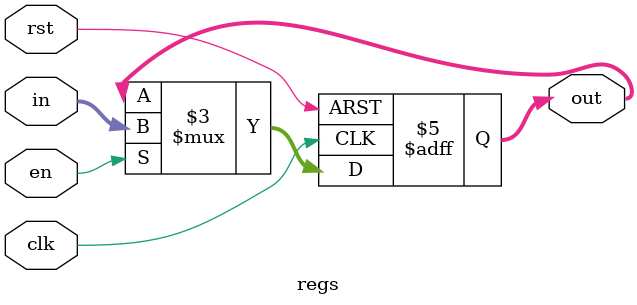
<source format=v>
/*
 * Copyright (c) 2024 Your Name
 * SPDX-License-Identifier: Apache-2.0
 */

`default_nettype none


// Integrated module for Tiny Tapeout and Octa16 processor
module tt_um_octa16 (
    input  wire [7:0] ui_in,    // Dedicated inputs
    output wire [7:0] uo_out,   // Dedicated outputs
    input  wire [7:0] uio_in,   // IOs: Input path
    output wire [7:0] uio_out,  // IOs: Output path
    output wire [7:0] uio_oe,   // IOs: Enable path (active high: 0=input, 1=output)
    input  wire       ena,      // always 1 when the design is powered, so you can ignore it
    input  wire       clk,      // clock
    input  wire       rst_n     // reset_n - low to reset
);

    // Signal declarations
    wire reset = ~rst_n;  // Active-low reset converted to active-high

    // Signals connecting the Octa16 processor
    wire [15:0] Ext_WriteData;  // Data to write to instruction memory
    wire [3:0]  Ext_DataAdr;    // Address for instruction memory write
    wire Ext_MemWrite;          // External memory write enable
    wire [3:0] DataAddr;        // Data memory address
    wire [7:0] dIn;             // Data input for register file

    // Map Tiny Tapeout inputs and outputs to Octa16
    assign Ext_WriteData = {ui_in, uio_in[7:0]}; // Combine ui_in and uio_in for write data
    assign Ext_DataAdr   = ui_in[3:0];           // Lower 4 bits of ui_in as address
    assign Ext_MemWrite  = ui_in[4];            // Bit 4 of ui_in as memory write enable

    // Outputs from Octa16 processor
    assign uo_out = dIn;                        // Processor data output to dedicated outputs
    assign uio_out = 8'b0;                      // Unused outputs set to 0
    assign uio_oe = 8'b0;                       // No bidirectional pins used

    // Octa16 processor instance
    Octa16 processor (
        .clk(clk),
        .reset(reset),
        .Ext_MemWrite(Ext_MemWrite),
        .Ext_WriteData(Ext_WriteData),
        .Ext_DataAdr(Ext_DataAdr),
        .DataAddr(DataAddr),
        .dIn(dIn)
    );

    // List all unused inputs to prevent warnings
    wire _unused = &{ena, 1'b0};

endmodule


/*
* -------
*

module tt_um_example (
    input  wire [7:0] ui_in,    // Dedicated inputs
    output wire [7:0] uo_out,   // Dedicated outputs
    input  wire [7:0] uio_in,   // IOs: Input path
    output wire [7:0] uio_out,  // IOs: Output path
    output wire [7:0] uio_oe,   // IOs: Enable path (active high: 0=input, 1=output)
    input  wire       ena,      // always 1 when the design is powered, so you can ignore it
    input  wire       clk,      // clock
    input  wire       rst_n     // reset_n - low to reset
);

  // All output pins must be assigned. If not used, assign to 0.
  assign uo_out  = ui_in + uio_in;  // Example: ou_out is the sum of ui_in and uio_in
  assign uio_out = 0;
  assign uio_oe  = 0;

  // List all unused inputs to prevent warnings
  wire _unused = &{ena, clk, rst_n, 1'b0};

endmodule
*/
module Octa16(
    input clk, reset,
    input Ext_MemWrite,                   // External Memory Write Enable
    input [15:0] Ext_WriteData,           // Data to be written to instruction memory
    input [3:0] Ext_DataAdr,             // Address to write to instruction memory
    input [3:0] DataAddr,                // Address selection for data operations
    output [7:0] dIn                     // Data In (for register file)
);

    wire [3:0] pcP, pcN;
    wire [15:0] Inst;
    wire [7:0] aluOut, pcSel, imm;
    wire bSel, reg_wr, mem_wr;
    wire [2:0] rs1, rs2, rd, func, opcode;
    wire [7:0] r1, r2;
    wire alu_s1, alu_s2, flag;
    wire [2:0] alu_op;
    wire [7:0] dataOut;
    wire [1:0] wb_ctrl;
    wire branch, branchOut, doBranch, doJump;
    wire [2:0] branch_ctrl;
    wire [20:0] u;
    wire [7:0] out1, out2;

    // PC and Instruction Fetch
    adder_8 pcAdd (.A({4'b0, pcP}), .B(8'b1), .Cin(1'b0), .Sum({u[3:0], pcN}));
    mux21 PC_MUX (.d0({4'b0, pcN}), .d1(aluOut), .sel(bSel), .y(pcSel));
    regs #(8) PC (.clk(clk), .rst(reset), .in(pcSel), .out({u[7:4], pcP}), .en(1'b1));
    
    // Instruction Memory with External Write Capability
    instmem #(12) Inst_Mem (
        .clk(clk), 
        .memW(Ext_MemWrite),              // Write Enable for Instruction Memory
        .addr(Ext_DataAdr),               // Address to write data to instruction memory
        .dataW(Ext_WriteData),            // Data to write into instruction memory
        .dataR(Inst)                      // Instruction Read
    );

    // Decoder and Register File
    decoder Decoder_Unit (.instIn(Inst), .rs1(rs1), .rs2(rs2), .rd(rd), .func(func), .opcode(opcode), .imm(imm));
    reg_ff #(8) Reg_File (.clk(clk), .wrEn(reg_wr), .rs1(rs1), .rs2(rs2), .rd(rd), .r1(r1), .r2(r2), .rst(reset), .dIn(dIn));
    
    // ALU and ALU Control
    mux21 ALU_MUX_1 (.d0(r1), .d1({4'b0, pcP}), .sel(alu_s1), .y(out1));
    mux21 ALU_MUX_2 (.d0(imm), .d1(r2), .sel(alu_s2), .y(out2));
    alu ALU (.a(out1), .b(out2), .ctrl(alu_op), .flag(flag), .out(aluOut));
    
    // Data Memory Access (Only for Data Memory)
    datamem #(4) Data_Mem (
        .clk(clk), 
        .memW(mem_wr),                  // Only handle writes for data memory
        .addr(DataAddr),                // Data memory address
        .dataW(r2),                     // Data to write into memory
        .dataR(dataOut)                 // Data read from memory
    );
    
    // Write Back MUX
    mux31 #(8) WB_MUX (.a(dataOut), .b(aluOut), .c({4'b0, pcN}), .s(wb_ctrl), .y(dIn));

    // Control and Branch Logic
    controller Control_Unit (.func(func), .op(opcode), .reg_wr(reg_wr), .mem_wr(mem_wr), .flag(flag), .doBranch(doBranch), .doJump(doJump), .wb_ctrl(wb_ctrl), .alu_op(alu_op), .branch_ctrl(branch_ctrl), .alu_s1(alu_s1), .alu_s2(alu_s2));
    branchCtrl Branch_Control (.bCtrl(branch_ctrl), .r1(r1), .r2(r2), .bSel(branchOut));
    and Branch (branch, branchOut, doBranch);
    or Jump (bSel, branch, doJump);

    // Data Address Selection Logic
    assign DataAddr = Ext_MemWrite ? Ext_DataAdr : pcP;

endmodule


module adder_8(
    input [7:0] A,
    input [7:0] B,
    input Cin,
    output [7:0] Sum
);

    wire C4;  // Carry between lower and upper 4-bit additions
    wire Cout;
    // Instantiate lower 4-bit CLA
    cla lower_4bit (
        .A(A[3:0]), 
        .B(B[3:0]), 
        .Cin(Cin), 
        .S(Sum[3:0]), 
        .Cout(C4)
    );

    // Instantiate upper 4-bit CLA with carry-in from the lower 4-bit adder
    cla upper_4bit (
        .A(A[7:4]), 
        .B(B[7:4]), 
        .Cin(C4), 
        .S(Sum[7:4]), 
        .Cout(Cout)
    );

endmodule


module alu(
    input wire [7:0] a, b,
    input wire [2:0] ctrl,
    input wire flag,
    output reg [7:0] out
);

    wire [7:0] add_out;
    reg [7:0] a_temp, b_temp;
    reg cin;
    wire [15:0] sext_rs1 = {{8{a[7]}}, a};
    wire [15:0] sra_rslt = sext_rs1 >> b[2:0];

    // Instantiate adder module
    adder_8 adder (
        .A(a_temp), 
        .B(b_temp), 
        .Cin(cin), 
        .Sum(add_out)
    );

    always @(*) begin
        // Default values to avoid latches
        out = 8'b0;
        a_temp = 8'b0;
        b_temp = 8'b0;
        cin = 1'b0; 

        case(ctrl)
            3'b000: begin
               a_temp = a;
                b_temp = flag ? ~b : b;
                cin = flag;
                out = add_out;
            end

            3'b001: begin
                if (flag == 1)
                    out = ~(a & b); // NAND
                else
                    out = ~(a | b); // NOR
            end

            3'b010: begin
                out = (a < b) ? 8'b1 : 8'b0; // SLTU
            end

            3'b011: begin
                if (flag == 1)
                    out = a << b[2:0]; // SLL
                else
                    out = a >> b[2:0]; // SRL
            end

            3'b100: begin
                out = sra_rslt;// SRA
            end

            default: begin
                out = 8'b0;
            end
        endcase
    end
endmodule


module branchCtrl(input wire [2:0] bCtrl,
                  input wire [7:0] r1, r2,
                  output reg bSel);
    
    wire [7:0] condinv = ~r2;
    wire [8:0] sum = {1'b1, condinv} + {1'b0, r1} + {8'b0, 1'b1};
    wire LT = (r1[7] ^ r2[7]) ? r1[7] : sum[8];
    wire LTU = sum[8];
    wire is_sum_zero = sum[7:0] == 8'b0;

  always@(*)
    begin
      bSel = 1'b0;
      case(bCtrl)
        3'b000: bSel = is_sum_zero; // BEQ
          
        3'b001: bSel = !is_sum_zero; // BNE
          
        3'b010: bSel = LT; // BLT
          
        3'b011: bSel = LTU; // BLTU
          
        3'b100: bSel = !LT; // BGE
         
        3'b101: bSel = !LTU; // BGEU
          
        default: bSel = 1'b0;
      endcase
    end
endmodule


module cla(
    input [3:0] A, 
    input [3:0] B, 
    input Cin, 
    output [3:0] S, 
    output Cout
);

    wire [3:0] P;       // Propagate signals
    wire [3:0] G;       // Generate signals
    wire [3:0] C;       // Carry signals

    assign P = A ^ B;   // Propagate: XOR for each bit
    assign G = A & B;   // Generate: AND for each bit

    // Carry chain calculation
    assign C[0] = Cin;
    assign C[1] = G[0] | (P[0] & C[0]);
    assign C[2] = G[1] | (P[1] & C[1]);
    assign C[3] = G[2] | (P[2] & C[2]);
    assign Cout = G[3] | (P[3] & C[3]);

    // Sum calculation
    assign S[0] = P[0] ^ C[0];
    assign S[1] = P[1] ^ C[1];
    assign S[2] = P[2] ^ C[2];
    assign S[3] = P[3] ^ C[3];

endmodule



module controller(input wire [2:0]func, 
            input wire [2:0]op,
            output reg reg_wr, mem_wr, flag, doBranch, doJump,
            output reg [1:0] wb_ctrl,
            output reg [2:0]alu_op, branch_ctrl,
            output reg alu_s1, alu_s2);
    
    always@(*)
        begin
            reg_wr = 1'b0;
            alu_s1 = 1'b0;
            alu_s2 = 1'b0;
            alu_op = 3'b0;
            mem_wr = 1'b0;
            doBranch = 1'b0;
            flag = 1'b0;
            wb_ctrl = 2'b11;
            //wb_ctrl = 2'b0;
            case(op)
                3'b000: // R-TYPE Instructions
                    begin
                        reg_wr = 1'b1;
                        wb_ctrl = 2'b00;
                        alu_s1 = 1'b0;
                        alu_s2 = 1'b1;
                        
                        case(func) 
                            3'b000: begin // ADD
                                alu_op = 3'b000;
                                flag = 1'b0;
                            end
                            3'b001: begin // SUB
                                alu_op = 3'b000;
                                flag = 1'b1;
                            end
                            3'b010: begin // NAND
                                alu_op = 3'b001;
                                flag = 1'b0;
                            end
                            3'b011: begin // NOR
                                alu_op = 3'b001;
                                flag = 1'b1;
                            end
                            3'b100: begin // SLTU
                                alu_op = 3'b010;
                            end
                            3'b101: begin // SLL
                                alu_op = 3'b011;
                                flag = 1'b0;
                            end
                            3'b110: begin // SRL
                                alu_op = 3'b011;
                                flag = 1'b1;
                            end
                            3'b111: begin // SRA
                                alu_op = 3'b100;
                            end
                        endcase
                    end
                3'b001: // I-TYPE Instrcutions
                    begin
                        reg_wr = 1'b1;
                        wb_ctrl = 2'b00;
                        case(func) 
                            3'b000: begin // ADDI
                                alu_op = 3'b000;
                                flag = 1'b0;
                            end
                            3'b010: begin // NANDI
                                alu_op = 3'b001;
                                flag = 1'b0;
                            end
                            3'b011: begin // NORI
                                alu_op = 3'b001;
                                flag = 1'b1;
                            end
                            3'b100: begin // SLTI
                                alu_op = 3'b010;
                            end
                            3'b101: begin // SLLI
                                alu_op = 3'b011;
                                flag = 1'b0;
                            end
                            3'b110: begin // SRLI
                                alu_op = 3'b011;
                                flag = 1'b1;
                            end
                            3'b111: begin // SRAI
                                alu_op = 3'b100;
                            end
                        endcase
                    end
                3'b010: // L-TYPE Instruction
                    begin
                        reg_wr = 1'b1;
                        alu_op = 3'b000;
                        wb_ctrl = 2'b01;
                        //need to be done
                    end
                3'b011: // S-TYPE Instruction
                    begin
                        mem_wr = 1'b1;
                        alu_op = 3'b000;
                        //need to be done
                    end
                3'b100: // B-TYPE Instructions
                    begin
                        branch_ctrl = func;
                        doBranch = 1'b1;
                        alu_s1 = 1'b1;
                        alu_op = 3'b000;
                    end
                3'b101: // J-TYPE Instructions
                    begin
                        case(func)
                            3'b000: // JAL
                                begin
                                    reg_wr = 1'b1;
                                    alu_s1 = 1'b1;
                                    wb_ctrl = 2'b10;
                                    alu_op = 3'b000;
                                    doJump = 1'b1;
                                end
                            3'b100: // JALR
                                begin
                                    reg_wr = 1'b1;
                                    wb_ctrl = 2'b10;
                                    alu_op = 3'b000;
                                    doJump = 1'b1;
                                end
                        endcase
                    end
                3'b110: // U-TYPE Instructions
                    begin
                        case(func)
                            3'b000: //AUIR
                                begin
                                    reg_wr = 1'b1;
                                    alu_s1 = 1'b1;
                                    wb_ctrl = 2'b00;
                                    alu_op = 3'b000;
                                end
                            3'b001: //ADDPC
                                begin
                                    reg_wr = 1'b1;
                                    wb_ctrl = 2'b00;
                                    alu_op = 3'b000;
                                end
                        endcase
                    end
            endcase
        end
endmodule


module datamem #(parameter SIZE = 4) (clk, memW, addr, dataW, dataR);
    input wire clk;
    input wire memW;
    input wire [SIZE-1:0] addr;
    input wire [7:0] dataW;
    output wire [7:0] dataR;
    reg [7:0] mem [(SIZE-1):0];

    always @(posedge clk) begin
        if (memW) begin
            mem[addr] <= dataW;
        end
    end
    assign dataR = mem[addr];
endmodule

module decoder(input wire [15:0]instIn,
         output reg [2:0]rs1, rs2, rd,
         output reg [2:0]func,
         output reg [2:0]opcode,
         output reg [7:0]imm);
 
  always@(*)
    begin
      opcode = instIn[2:0];
      rs1 = 3'b0;
      rs2 = 3'b0;
      rd = 3'b0;
      func = 3'b0;
     
      case(opcode)
        3'b000: //R-Type
          begin
            rs1 = instIn[11:9];
            rs2 = instIn[14:12];
            rd = instIn[8:6];
            func = instIn[5:3];
          end
        3'b001: //I-Type
          begin
            rs1 = instIn[11:9];
            rd = instIn[8:6];
            func = instIn[5:3];
            imm = {{5{instIn[15]}},instIn[14:12]};
          end
        3'b010: //L-Type
          begin
            rs1 = instIn[11:9];
            rd = instIn[8:6];
            imm = {{2{instIn[15]}},instIn[14:12], instIn[5:3]};
          end
        3'b011: //S-Type
          begin
            rs1 = instIn[11:9];
            rd = instIn[8:6];
            imm = {{2{instIn[15]}},instIn[14:12], instIn[5:3]};
          end
        3'b100: //B-Type
          begin
            rs2 = instIn[14:12];
            rs1 = instIn[11:9];
            func = instIn[5:3];
            imm = {{5{instIn[15]}}, instIn[8:6]};
          end
        3'b101:
          begin
            rd = instIn[8:6];
            func = instIn[5:3];
            case(func)
              3'b000: begin imm = {1'b0, instIn[15:9]}; end   // JAL
              3'b100: begin imm = {instIn[15:12], 4'b0}; rs1 = instIn[11:9]; end  // JALR
            endcase
          end
        3'b110:
          begin
            rd = instIn[8:6];
            func = instIn[5:3];
            case(func)
              3'b001: begin imm = {{2{instIn[15]}}, instIn[14:9]}; end   // ADDPC
              3'b000: begin imm = {instIn[15:12],4'b0}; rs1 = instIn[11:9]; end  // AUIR
            endcase
          end
endcase 
end 
endmodule


module instmem #(parameter SIZE = 16) (clk, memW, addr, dataW, dataR);
    input wire clk;
    input wire memW;
    input wire [3:0] addr;
    input wire [15:0] dataW;
    output wire [15:0] dataR;
    reg [15:0] mem [(SIZE-1):0];

    always @(posedge clk) begin
        if (memW) begin
            mem[addr] <= dataW;
        end
    end
    assign dataR = mem[addr];
endmodule

module mux21(d0, d1, sel, y);

    parameter WIDTH = 8;
    input [WIDTH-1:0] d0, d1;
    input sel;
    output [WIDTH-1:0] y;

    assign y = sel ? d1 : d0;

endmodule


module mux31 #(parameter N = 8) (a, b, c, s, y);
  input wire [N-1:0] a; //00
  input wire [N-1:0] b; //01
  input wire [N-1:0] c; //10
  input wire [1:0] s;
  output wire [N-1:0] y;
  
  wire [N-1:0] mux1;
  mux21 m1(a, b, s[0], mux1);
  mux21 m2(mux1, c, s[1], y);
endmodule


module reg_ff #(parameter DATA_WIDTH = 8) (clk, wrEn, rs1, rs2, rd, r1, r2, rst, dIn);
  input wire clk, wrEn, rst;
  input wire [2:0] rs1, rs2, rd;
  input wire [DATA_WIDTH-1:0] dIn;
  output wire [DATA_WIDTH-1:0] r1, r2;
  reg [DATA_WIDTH-1:0] reg_file [0:7];
  integer i = 0;
  initial begin
    for (i = 0; i < 8; i = i + 1) 
      begin
        reg_file[i] = 0;
      end
  end
  always @(posedge clk) begin
    if (rst) begin
      reg_file[0] <= 0;
      reg_file[1] <= 0;  // substitute with other values
      reg_file[2] <= 0;  // substitute with other values
      reg_file[3] <= 0;  // substitute with other values
      reg_file[4] <= 0;
      reg_file[5] <= 0;
      reg_file[6] <= 0;
      reg_file[7] <= 0;
    end else begin
      reg_file[rd] <= (wrEn ? dIn : ( (rd != 0) ? reg_file[rd] : 0));
    end
  end
/*
  always @(posedge clk) 
    reg_file[rd] <= (wrEn && rd != 0) ? dIn : reg_file[rd];
*/
  // register file read logic (combinational)
  assign r1 = (rs1 != 0 ) ? reg_file[rs1] : 0;
  assign r2 = (rs2 != 0 ) ? reg_file[rs2] : 0;
endmodule


module regs #(parameter N = 8) (clk, rst, in, out, en);
  input wire clk;
  input wire rst;
  input wire en;
  input wire [N-1:0] in;
  output reg [N-1:0] out;
  always @(posedge clk or posedge rst) 
    begin
      if (rst)
        out <= 0;
      else if (en) 
        out <= in;
    end
endmodule

</source>
